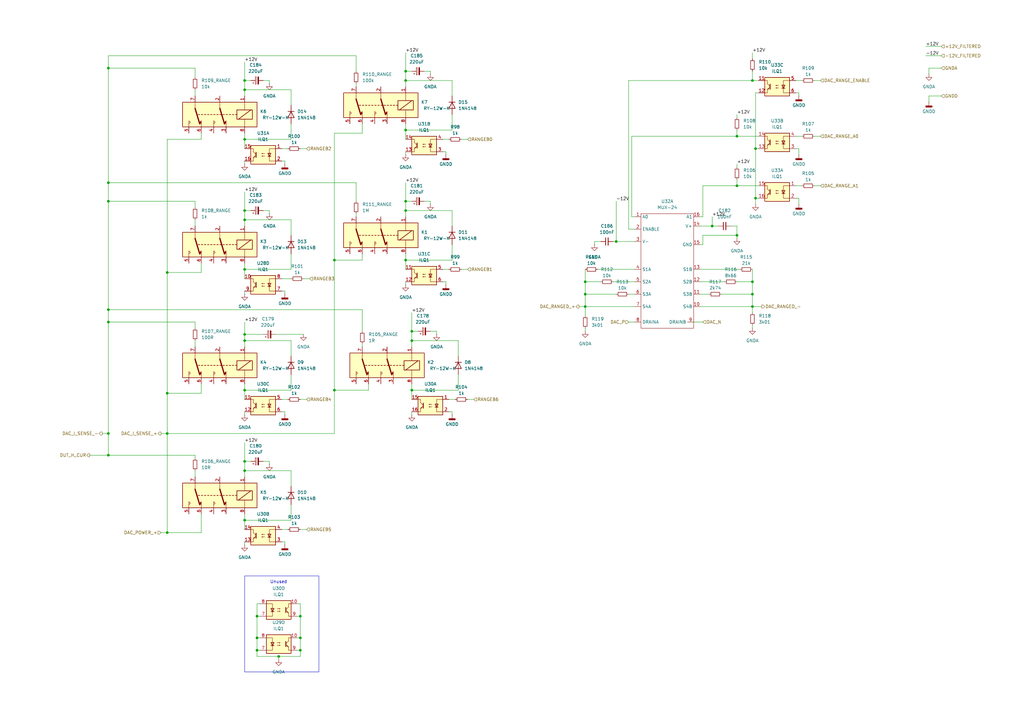
<source format=kicad_sch>
(kicad_sch (version 20231120) (generator "eeschema") (generator_version "8.0")
  (paper "A3")
  (lib_symbols
    (symbol "Device:C_Polarized_Small" (pin_numbers hide) (pin_names (offset 0.254) hide)
      (property "Reference" "C" (at 0.254 1.778 0))
      (property "Value" "C_Polarized_Small" (at 0.254 -2.032 0))
      (symbol "C_Polarized_Small_1_1"
        (pin passive line (at 0 2.54 270) (length 1.8542) (name "~") (number "1"))
        (pin passive line (at 0 -2.54 90) (length 1.8542) (name "~") (number "2"))
      )
    )
    (symbol "Device:C_Small" (pin_numbers hide) (pin_names (offset 0.254) hide)
      (property "Reference" "C" (at 0.254 1.778 0))
      (property "Value" "C_Small" (at 0.254 -2.032 0))
      (symbol "C_Small_1_1"
        (pin passive line (at 0 2.54 270) (length 2.032) (name "~") (number "1"))
        (pin passive line (at 0 -2.54 90) (length 2.032) (name "~") (number "2"))
      )
    )
    (symbol "Device:R_Small" (pin_numbers hide) (pin_names (offset 0.254) hide)
      (property "Reference" "R" (at 0.762 0.508 0))
      (property "Value" "R_Small" (at 0.762 -1.016 0))
      (symbol "R_Small_1_1"
        (pin passive line (at 0 2.54 270) (length 0.762) (name "~") (number "1"))
        (pin passive line (at 0 -2.54 90) (length 0.762) (name "~") (number "2"))
      )
    )
    (symbol "Diode:1N4148" (pin_numbers hide) (pin_names hide)
      (property "Reference" "D" (at 0 2.54 0))
      (property "Value" "1N4148" (at 0 -2.54 0))
      (symbol "1N4148_1_1"
        (pin passive line (at -3.81 0 0) (length 2.54) (name "K") (number "1"))
        (pin passive line (at 3.81 0 180) (length 2.54) (name "A") (number "2"))
      )
    )
    (symbol "JRIX Analog Switches:MUX-24"
      (property "Reference" "U" (at 9.652 1.016 0))
      (property "Value" "MUX-24" (at 17.78 1.016 0))
      (symbol "MUX-24_0_0"
        (pin input line (at -2.54 -1.27 0) (length 2.54) (name "A0") (number "1"))
        (pin bidirectional line (at 24.13 -38.1 180) (length 2.54) (name "S4B") (number "10"))
        (pin bidirectional line (at 24.13 -33.02 180) (length 2.54) (name "S3B") (number "11"))
        (pin bidirectional line (at 24.13 -27.94 180) (length 2.54) (name "S2B") (number "12"))
        (pin bidirectional line (at 24.13 -22.86 180) (length 2.54) (name "S1B") (number "13"))
        (pin power_in line (at 24.13 -5.08 180) (length 2.54) (name "V+") (number "14"))
        (pin power_in line (at 24.13 -12.7 180) (length 2.54) (name "GND") (number "15"))
        (pin bidirectional line (at 24.13 -1.27 180) (length 2.54) (name "A1") (number "16"))
        (pin input line (at -2.54 -6.35 0) (length 2.54) (name "ENABLE") (number "2"))
        (pin power_in line (at -2.54 -11.43 0) (length 2.54) (name "V-") (number "3"))
        (pin bidirectional line (at -2.54 -22.86 0) (length 2.54) (name "S1A") (number "4"))
        (pin bidirectional line (at -2.54 -27.94 0) (length 2.54) (name "S2A") (number "5"))
        (pin bidirectional line (at -2.54 -33.02 0) (length 2.54) (name "S3A") (number "6"))
        (pin bidirectional line (at -2.54 -38.1 0) (length 2.54) (name "S4A") (number "7"))
        (pin bidirectional line (at -2.54 -44.45 0) (length 2.54) (name "DRAINA") (number "8"))
        (pin bidirectional line (at 21.59 -44.45 180) (length 2.54) (name "DRAINB") (number "9"))
      )
    )
    (symbol "JRIX Optocouplers:ILQ1"
      (property "Reference" "U" (at 0 0 0))
      (property "Value" "ILQ1" (at 0 0 0))
      (symbol "ILQ1_1_1"
        (pin passive line (at -7.62 -2.54 0) (length 2.54) (name "~") (number "1"))
        (pin passive line (at 7.62 -2.54 180) (length 2.54) (name "~") (number "15"))
        (pin passive line (at 7.62 -7.62 180) (length 2.54) (name "~") (number "16"))
        (pin passive line (at -7.62 -7.62 0) (length 2.54) (name "~") (number "2"))
      )
      (symbol "ILQ1_2_1"
        (pin passive line (at 7.62 -7.62 180) (length 2.54) (name "~") (number "13"))
        (pin passive line (at 7.62 -2.54 180) (length 2.54) (name "~") (number "14"))
        (pin passive line (at -7.62 -7.62 0) (length 2.54) (name "~") (number "3"))
        (pin passive line (at -7.62 -2.54 0) (length 2.54) (name "~") (number "4"))
      )
      (symbol "ILQ1_3_1"
        (pin passive line (at 7.62 -2.54 180) (length 2.54) (name "~") (number "11"))
        (pin passive line (at 7.62 -7.62 180) (length 2.54) (name "~") (number "12"))
        (pin passive line (at -7.62 -2.54 0) (length 2.54) (name "~") (number "5"))
        (pin passive line (at -7.62 -7.62 0) (length 2.54) (name "~") (number "6"))
      )
      (symbol "ILQ1_4_1"
        (pin passive line (at 7.62 -2.54 180) (length 2.54) (name "~") (number "10"))
        (pin passive line (at -7.62 -7.62 0) (length 2.54) (name "~") (number "7"))
        (pin passive line (at -7.62 -2.54 0) (length 2.54) (name "~") (number "8"))
        (pin passive line (at 7.62 -7.62 180) (length 2.54) (name "~") (number "9"))
      )
    )
    (symbol "JRIX Relays:RY-12W-K"
      (property "Reference" "K" (at 0 0 0))
      (property "Value" " RY-12W-K" (at 0 0 0))
      (symbol "RY-12W-K_1_1"
        (pin passive line (at -2.54 -21.59 90) (length 2.54) (name "~") (number "1"))
        (pin passive line (at 7.62 -21.59 90) (length 2.54) (name "~") (number "2"))
        (pin passive line (at 5.08 -6.35 270) (length 2.54) (name "~") (number "3"))
        (pin passive line (at 10.16 -6.35 270) (length 2.54) (name "~") (number "4"))
        (pin passive line (at 20.32 -6.35 270) (length 2.54) (name "~") (number "5"))
        (pin passive line (at 15.24 -6.35 270) (length 2.54) (name "~") (number "6"))
        (pin passive line (at 17.78 -21.59 90) (length 2.54) (name "~") (number "7"))
        (pin passive line (at -2.54 -6.35 270) (length 2.54) (name "~") (number "8"))
      )
    )
    (symbol "power:GNDA" (power) (pin_numbers hide) (pin_names (offset 0) hide)
      (property "Value" "GNDA" (at 0 -3.81 0))
      (symbol "GNDA_1_1"
        (pin power_in line (at 0 0 270) (length 0) (name "~") (number "1"))
      )
    )
    (symbol "power:GNDD" (power) (pin_numbers hide) (pin_names (offset 0) hide)
      (property "Value" "GNDD" (at 0 -3.175 0))
      (symbol "GNDD_1_1"
        (pin power_in line (at 0 0 270) (length 0) (name "~") (number "1"))
      )
    )
  )
  (junction (at 166.37 106.68))
  (junction (at 114.3 269.24))
  (junction (at 44.45 177.8))
  (junction (at 240.03 115.57))
  (junction (at 166.37 33.02))
  (junction (at 168.91 160.02))
  (junction (at 100.33 57.15))
  (junction (at 240.03 125.73))
  (junction (at 308.61 115.57))
  (junction (at 292.1 92.71))
  (junction (at 44.45 82.55))
  (junction (at 137.16 160.02))
  (junction (at 105.41 252.73))
  (junction (at 44.45 27.94))
  (junction (at 123.19 252.73))
  (junction (at 100.33 86.36))
  (junction (at 100.33 110.49))
  (junction (at 302.26 76.2))
  (junction (at 100.33 36.83))
  (junction (at 252.73 99.06))
  (junction (at 309.88 81.28))
  (junction (at 68.58 111.76))
  (junction (at 100.33 137.16))
  (junction (at 100.33 193.04))
  (junction (at 100.33 90.17))
  (junction (at 302.26 96.52))
  (junction (at 68.58 177.8))
  (junction (at 309.88 60.96))
  (junction (at 100.33 33.02))
  (junction (at 308.61 120.65))
  (junction (at 68.58 218.44))
  (junction (at 166.37 53.34))
  (junction (at 166.37 29.21))
  (junction (at 308.61 125.73))
  (junction (at 123.19 266.7))
  (junction (at 137.16 106.68))
  (junction (at 166.37 82.55))
  (junction (at 308.61 33.02))
  (junction (at 68.58 161.29))
  (junction (at 240.03 120.65))
  (junction (at 168.91 139.7))
  (junction (at 105.41 261.62))
  (junction (at 166.37 86.36))
  (junction (at 100.33 160.02))
  (junction (at 44.45 74.93))
  (junction (at 123.19 261.62))
  (junction (at 44.45 186.69))
  (junction (at 105.41 266.7))
  (junction (at 302.26 55.88))
  (junction (at 44.45 132.08))
  (junction (at 168.91 135.89))
  (junction (at 100.33 189.23))
  (junction (at 44.45 127))
  (junction (at 100.33 213.36))
  (junction (at 100.33 139.7))
  (wire (pts (xy 36.83 186.69) (xy 44.45 186.69)))
  (wire (pts (xy 302.26 46.99) (xy 302.26 48.26)))
  (wire (pts (xy 185.42 170.18) (xy 185.42 168.91)))
  (wire (pts (xy 295.91 120.65) (xy 308.61 120.65)))
  (wire (pts (xy 68.58 177.8) (xy 68.58 161.29)))
  (wire (pts (xy 116.84 67.31) (xy 116.84 66.04)))
  (wire (pts (xy 115.57 163.83) (xy 118.11 163.83)))
  (wire (pts (xy 100.33 137.16) (xy 107.95 137.16)))
  (wire (pts (xy 379.73 22.86) (xy 386.08 22.86)))
  (wire (pts (xy 191.77 163.83) (xy 194.31 163.83)))
  (wire (pts (xy 240.03 120.65) (xy 252.73 120.65)))
  (wire (pts (xy 100.33 181.61) (xy 100.33 189.23)))
  (wire (pts (xy 240.03 115.57) (xy 240.03 120.65)))
  (wire (pts (xy 166.37 29.21) (xy 168.91 29.21)))
  (wire (pts (xy 260.35 99.06) (xy 252.73 99.06)))
  (wire (pts (xy 166.37 21.59) (xy 166.37 29.21)))
  (wire (pts (xy 166.37 82.55) (xy 166.37 86.36)))
  (wire (pts (xy 110.49 87.63) (xy 110.49 86.36)))
  (wire (pts (xy 44.45 74.93) (xy 44.45 27.94)))
  (wire (pts (xy 121.92 266.7) (xy 123.19 266.7)))
  (wire (pts (xy 137.16 106.68) (xy 137.16 160.02)))
  (wire (pts (xy 326.39 81.28) (xy 327.66 81.28)))
  (wire (pts (xy 100.33 132.08) (xy 100.33 137.16)))
  (wire (pts (xy 148.59 140.97) (xy 148.59 142.24)))
  (wire (pts (xy 119.38 193.04) (xy 100.33 193.04)))
  (wire (pts (xy 302.26 55.88) (xy 259.08 55.88)))
  (wire (pts (xy 302.26 67.31) (xy 302.26 68.58)))
  (wire (pts (xy 259.08 88.9) (xy 260.35 88.9)))
  (wire (pts (xy 115.57 114.3) (xy 119.38 114.3)))
  (wire (pts (xy 68.58 111.76) (xy 68.58 57.15)))
  (wire (pts (xy 166.37 106.68) (xy 185.42 106.68)))
  (wire (pts (xy 100.33 189.23) (xy 100.33 193.04)))
  (wire (pts (xy 116.84 170.18) (xy 116.84 168.91)))
  (wire (pts (xy 100.33 33.02) (xy 100.33 36.83)))
  (wire (pts (xy 114.3 269.24) (xy 123.19 269.24)))
  (wire (pts (xy 119.38 36.83) (xy 100.33 36.83)))
  (wire (pts (xy 68.58 161.29) (xy 68.58 111.76)))
  (wire (pts (xy 151.13 157.48) (xy 151.13 160.02)))
  (wire (pts (xy 121.92 252.73) (xy 123.19 252.73)))
  (wire (pts (xy 287.02 88.9) (xy 288.29 88.9)))
  (wire (pts (xy 288.29 100.33) (xy 288.29 96.52)))
  (wire (pts (xy 148.59 54.61) (xy 137.16 54.61)))
  (wire (pts (xy 168.91 163.83) (xy 168.91 160.02)))
  (wire (pts (xy 189.23 110.49) (xy 191.77 110.49)))
  (wire (pts (xy 146.05 22.86) (xy 44.45 22.86)))
  (wire (pts (xy 100.33 223.52) (xy 100.33 222.25)))
  (wire (pts (xy 287.02 110.49) (xy 303.53 110.49)))
  (wire (pts (xy 287.02 120.65) (xy 290.83 120.65)))
  (wire (pts (xy 116.84 66.04) (xy 115.57 66.04)))
  (wire (pts (xy 308.61 33.02) (xy 308.61 29.21)))
  (wire (pts (xy 119.38 139.7) (xy 100.33 139.7)))
  (wire (pts (xy 237.49 125.73) (xy 240.03 125.73)))
  (wire (pts (xy 287.02 125.73) (xy 308.61 125.73)))
  (wire (pts (xy 185.42 53.34) (xy 185.42 46.99)))
  (wire (pts (xy 166.37 50.8) (xy 166.37 53.34)))
  (wire (pts (xy 82.55 54.61) (xy 82.55 57.15)))
  (wire (pts (xy 251.46 115.57) (xy 260.35 115.57)))
  (wire (pts (xy 187.96 139.7) (xy 168.91 139.7)))
  (wire (pts (xy 100.33 160.02) (xy 119.38 160.02)))
  (wire (pts (xy 308.61 120.65) (xy 308.61 115.57)))
  (wire (pts (xy 148.59 135.89) (xy 148.59 127)))
  (wire (pts (xy 119.38 146.05) (xy 119.38 139.7)))
  (wire (pts (xy 80.01 36.83) (xy 80.01 39.37)))
  (wire (pts (xy 181.61 57.15) (xy 184.15 57.15)))
  (wire (pts (xy 308.61 33.02) (xy 257.81 33.02)))
  (wire (pts (xy 80.01 82.55) (xy 80.01 85.09)))
  (wire (pts (xy 68.58 111.76) (xy 82.55 111.76)))
  (wire (pts (xy 257.81 120.65) (xy 260.35 120.65)))
  (wire (pts (xy 105.41 266.7) (xy 106.68 266.7)))
  (wire (pts (xy 105.41 261.62) (xy 106.68 261.62)))
  (wire (pts (xy 100.33 25.4) (xy 100.33 33.02)))
  (wire (pts (xy 123.19 261.62) (xy 123.19 266.7)))
  (wire (pts (xy 240.03 125.73) (xy 240.03 129.54)))
  (wire (pts (xy 166.37 110.49) (xy 166.37 106.68)))
  (wire (pts (xy 189.23 57.15) (xy 191.77 57.15)))
  (wire (pts (xy 105.41 269.24) (xy 114.3 269.24)))
  (wire (pts (xy 66.04 218.44) (xy 68.58 218.44)))
  (wire (pts (xy 148.59 106.68) (xy 148.59 104.14)))
  (wire (pts (xy 116.84 223.52) (xy 116.84 222.25)))
  (wire (pts (xy 148.59 127) (xy 44.45 127)))
  (wire (pts (xy 100.33 170.18) (xy 100.33 168.91)))
  (wire (pts (xy 302.26 96.52) (xy 302.26 97.79)))
  (wire (pts (xy 110.49 34.29) (xy 110.49 33.02)))
  (wire (pts (xy 302.26 55.88) (xy 302.26 53.34)))
  (wire (pts (xy 288.29 96.52) (xy 302.26 96.52)))
  (wire (pts (xy 308.61 21.59) (xy 308.61 24.13)))
  (wire (pts (xy 308.61 133.35) (xy 308.61 134.62)))
  (wire (pts (xy 105.41 252.73) (xy 106.68 252.73)))
  (wire (pts (xy 166.37 33.02) (xy 166.37 35.56)))
  (wire (pts (xy 245.11 110.49) (xy 260.35 110.49)))
  (wire (pts (xy 44.45 177.8) (xy 44.45 186.69)))
  (wire (pts (xy 123.19 163.83) (xy 125.73 163.83)))
  (wire (pts (xy 82.55 157.48) (xy 82.55 161.29)))
  (wire (pts (xy 100.33 157.48) (xy 100.33 160.02)))
  (wire (pts (xy 119.38 213.36) (xy 119.38 207.01)))
  (wire (pts (xy 119.38 110.49) (xy 119.38 104.14)))
  (wire (pts (xy 100.33 36.83) (xy 100.33 39.37)))
  (wire (pts (xy 68.58 161.29) (xy 82.55 161.29)))
  (wire (pts (xy 166.37 74.93) (xy 166.37 82.55)))
  (wire (pts (xy 168.91 135.89) (xy 171.45 135.89)))
  (wire (pts (xy 334.01 33.02) (xy 336.55 33.02)))
  (wire (pts (xy 181.61 110.49) (xy 184.15 110.49)))
  (wire (pts (xy 100.33 139.7) (xy 100.33 142.24)))
  (wire (pts (xy 146.05 87.63) (xy 146.05 88.9)))
  (wire (pts (xy 311.15 33.02) (xy 308.61 33.02)))
  (wire (pts (xy 176.53 30.48) (xy 176.53 29.21)))
  (wire (pts (xy 287.02 115.57) (xy 297.18 115.57)))
  (wire (pts (xy 110.49 86.36) (xy 107.95 86.36)))
  (wire (pts (xy 166.37 57.15) (xy 166.37 53.34)))
  (wire (pts (xy 80.01 187.96) (xy 80.01 186.69)))
  (wire (pts (xy 326.39 60.96) (xy 327.66 60.96)))
  (wire (pts (xy 326.39 55.88) (xy 328.93 55.88)))
  (wire (pts (xy 123.19 217.17) (xy 125.73 217.17)))
  (wire (pts (xy 100.33 193.04) (xy 100.33 195.58)))
  (wire (pts (xy 182.88 62.23) (xy 181.61 62.23)))
  (wire (pts (xy 185.42 168.91) (xy 184.15 168.91)))
  (wire (pts (xy 100.33 54.61) (xy 100.33 57.15)))
  (wire (pts (xy 123.19 252.73) (xy 123.19 261.62)))
  (wire (pts (xy 326.39 33.02) (xy 328.93 33.02)))
  (wire (pts (xy 182.88 115.57) (xy 181.61 115.57)))
  (wire (pts (xy 116.84 168.91) (xy 115.57 168.91)))
  (wire (pts (xy 327.66 60.96) (xy 327.66 63.5)))
  (wire (pts (xy 123.19 60.96) (xy 125.73 60.96)))
  (wire (pts (xy 259.08 55.88) (xy 259.08 88.9)))
  (wire (pts (xy 44.45 132.08) (xy 44.45 127)))
  (wire (pts (xy 166.37 53.34) (xy 185.42 53.34)))
  (wire (pts (xy 80.01 134.62) (xy 80.01 132.08)))
  (wire (pts (xy 100.33 120.65) (xy 100.33 119.38)))
  (wire (pts (xy 80.01 27.94) (xy 80.01 31.75)))
  (wire (pts (xy 302.26 73.66) (xy 302.26 76.2)))
  (wire (pts (xy 288.29 76.2) (xy 302.26 76.2)))
  (wire (pts (xy 41.91 177.8) (xy 44.45 177.8)))
  (wire (pts (xy 240.03 115.57) (xy 246.38 115.57)))
  (wire (pts (xy 100.33 90.17) (xy 100.33 92.71)))
  (wire (pts (xy 327.66 39.37) (xy 327.66 38.1)))
  (wire (pts (xy 187.96 146.05) (xy 187.96 139.7)))
  (wire (pts (xy 309.88 60.96) (xy 309.88 81.28)))
  (wire (pts (xy 100.33 217.17) (xy 100.33 213.36)))
  (wire (pts (xy 185.42 86.36) (xy 166.37 86.36)))
  (wire (pts (xy 100.33 163.83) (xy 100.33 160.02)))
  (wire (pts (xy 252.73 82.55) (xy 252.73 99.06)))
  (wire (pts (xy 82.55 218.44) (xy 82.55 210.82)))
  (wire (pts (xy 100.33 110.49) (xy 119.38 110.49)))
  (wire (pts (xy 176.53 82.55) (xy 173.99 82.55)))
  (wire (pts (xy 119.38 57.15) (xy 119.38 50.8)))
  (wire (pts (xy 113.03 137.16) (xy 124.46 137.16)))
  (wire (pts (xy 137.16 106.68) (xy 148.59 106.68)))
  (wire (pts (xy 287.02 100.33) (xy 288.29 100.33)))
  (wire (pts (xy 386.08 27.94) (xy 381 27.94)))
  (wire (pts (xy 334.01 55.88) (xy 336.55 55.88)))
  (wire (pts (xy 137.16 177.8) (xy 68.58 177.8)))
  (wire (pts (xy 115.57 60.96) (xy 118.11 60.96)))
  (wire (pts (xy 119.38 199.39) (xy 119.38 193.04)))
  (wire (pts (xy 166.37 86.36) (xy 166.37 88.9)))
  (wire (pts (xy 284.48 132.08) (xy 288.29 132.08)))
  (wire (pts (xy 182.88 63.5) (xy 182.88 62.23)))
  (wire (pts (xy 106.68 247.65) (xy 105.41 247.65)))
  (wire (pts (xy 184.15 163.83) (xy 186.69 163.83)))
  (wire (pts (xy 44.45 127) (xy 44.45 82.55)))
  (wire (pts (xy 308.61 115.57) (xy 308.61 110.49)))
  (wire (pts (xy 44.45 82.55) (xy 80.01 82.55)))
  (wire (pts (xy 257.81 132.08) (xy 260.35 132.08)))
  (wire (pts (xy 105.41 252.73) (xy 105.41 261.62)))
  (wire (pts (xy 137.16 54.61) (xy 137.16 106.68)))
  (wire (pts (xy 302.26 115.57) (xy 308.61 115.57)))
  (wire (pts (xy 100.33 33.02) (xy 102.87 33.02)))
  (wire (pts (xy 100.33 137.16) (xy 100.33 139.7)))
  (wire (pts (xy 185.42 33.02) (xy 166.37 33.02)))
  (wire (pts (xy 100.33 114.3) (xy 100.33 110.49)))
  (wire (pts (xy 100.33 78.74) (xy 100.33 86.36)))
  (wire (pts (xy 116.84 119.38) (xy 115.57 119.38)))
  (wire (pts (xy 299.72 92.71) (xy 302.26 92.71)))
  (wire (pts (xy 168.91 135.89) (xy 168.91 139.7)))
  (wire (pts (xy 308.61 120.65) (xy 308.61 125.73)))
  (wire (pts (xy 68.58 218.44) (xy 82.55 218.44)))
  (wire (pts (xy 66.04 177.8) (xy 68.58 177.8)))
  (wire (pts (xy 68.58 57.15) (xy 82.55 57.15)))
  (wire (pts (xy 292.1 88.9) (xy 292.1 92.71)))
  (wire (pts (xy 100.33 210.82) (xy 100.33 213.36)))
  (wire (pts (xy 137.16 160.02) (xy 151.13 160.02)))
  (wire (pts (xy 166.37 82.55) (xy 168.91 82.55)))
  (wire (pts (xy 123.19 266.7) (xy 123.19 269.24)))
  (wire (pts (xy 114.3 269.24) (xy 114.3 270.51)))
  (wire (pts (xy 381 39.37) (xy 381 41.91)))
  (wire (pts (xy 185.42 106.68) (xy 185.42 100.33)))
  (wire (pts (xy 116.84 222.25) (xy 115.57 222.25)))
  (wire (pts (xy 166.37 29.21) (xy 166.37 33.02)))
  (wire (pts (xy 168.91 157.48) (xy 168.91 160.02)))
  (wire (pts (xy 168.91 128.27) (xy 168.91 135.89)))
  (wire (pts (xy 176.53 83.82) (xy 176.53 82.55)))
  (wire (pts (xy 105.41 266.7) (xy 105.41 269.24)))
  (wire (pts (xy 176.53 29.21) (xy 173.99 29.21)))
  (wire (pts (xy 105.41 247.65) (xy 105.41 252.73)))
  (wire (pts (xy 326.39 76.2) (xy 328.93 76.2)))
  (wire (pts (xy 116.84 120.65) (xy 116.84 119.38)))
  (wire (pts (xy 105.41 261.62) (xy 105.41 266.7)))
  (wire (pts (xy 146.05 29.21) (xy 146.05 22.86)))
  (wire (pts (xy 119.38 160.02) (xy 119.38 153.67)))
  (wire (pts (xy 302.26 55.88) (xy 311.15 55.88)))
  (wire (pts (xy 185.42 92.71) (xy 185.42 86.36)))
  (wire (pts (xy 379.73 19.05) (xy 386.08 19.05)))
  (wire (pts (xy 123.19 247.65) (xy 123.19 252.73)))
  (wire (pts (xy 100.33 67.31) (xy 100.33 66.04)))
  (wire (pts (xy 100.33 86.36) (xy 102.87 86.36)))
  (wire (pts (xy 146.05 82.55) (xy 146.05 74.93)))
  (wire (pts (xy 309.88 81.28) (xy 311.15 81.28)))
  (wire (pts (xy 80.01 132.08) (xy 44.45 132.08)))
  (wire (pts (xy 110.49 189.23) (xy 107.95 189.23)))
  (wire (pts (xy 119.38 96.52) (xy 119.38 90.17)))
  (wire (pts (xy 121.92 247.65) (xy 123.19 247.65)))
  (wire (pts (xy 309.88 60.96) (xy 309.88 38.1)))
  (wire (pts (xy 148.59 50.8) (xy 148.59 54.61)))
  (wire (pts (xy 386.08 39.37) (xy 381 39.37)))
  (wire (pts (xy 44.45 132.08) (xy 44.45 177.8)))
  (wire (pts (xy 257.81 93.98) (xy 260.35 93.98)))
  (wire (pts (xy 185.42 39.37) (xy 185.42 33.02)))
  (wire (pts (xy 44.45 27.94) (xy 80.01 27.94)))
  (wire (pts (xy 119.38 43.18) (xy 119.38 36.83)))
  (wire (pts (xy 146.05 34.29) (xy 146.05 35.56)))
  (wire (pts (xy 168.91 139.7) (xy 168.91 142.24)))
  (wire (pts (xy 80.01 139.7) (xy 80.01 142.24)))
  (wire (pts (xy 110.49 33.02) (xy 107.95 33.02)))
  (wire (pts (xy 327.66 38.1) (xy 326.39 38.1)))
  (wire (pts (xy 137.16 160.02) (xy 137.16 177.8)))
  (wire (pts (xy 240.03 110.49) (xy 240.03 115.57)))
  (wire (pts (xy 168.91 170.18) (xy 168.91 168.91)))
  (wire (pts (xy 44.45 82.55) (xy 44.45 74.93)))
  (wire (pts (xy 44.45 22.86) (xy 44.45 27.94)))
  (wire (pts (xy 309.88 83.82) (xy 309.88 81.28)))
  (wire (pts (xy 243.84 99.06) (xy 246.38 99.06)))
  (wire (pts (xy 80.01 193.04) (xy 80.01 195.58)))
  (wire (pts (xy 288.29 88.9) (xy 288.29 76.2)))
  (wire (pts (xy 166.37 104.14) (xy 166.37 106.68)))
  (wire (pts (xy 327.66 81.28) (xy 327.66 83.82)))
  (wire (pts (xy 119.38 90.17) (xy 100.33 90.17)))
  (wire (pts (xy 166.37 116.84) (xy 166.37 115.57)))
  (wire (pts (xy 100.33 189.23) (xy 102.87 189.23)))
  (wire (pts (xy 334.01 76.2) (xy 336.55 76.2)))
  (wire (pts (xy 251.46 99.06) (xy 252.73 99.06)))
  (wire (pts (xy 100.33 107.95) (xy 100.33 110.49)))
  (wire (pts (xy 182.88 116.84) (xy 182.88 115.57)))
  (wire (pts (xy 100.33 60.96) (xy 100.33 57.15)))
  (wire (pts (xy 100.33 86.36) (xy 100.33 90.17)))
  (wire (pts (xy 80.01 90.17) (xy 80.01 92.71)))
  (wire (pts (xy 287.02 92.71) (xy 292.1 92.71)))
  (wire (pts (xy 309.88 38.1) (xy 311.15 38.1)))
  (wire (pts (xy 44.45 186.69) (xy 80.01 186.69)))
  (wire (pts (xy 243.84 100.33) (xy 243.84 99.06)))
  (wire (pts (xy 179.07 135.89) (xy 176.53 135.89)))
  (wire (pts (xy 100.33 213.36) (xy 119.38 213.36)))
  (wire (pts (xy 168.91 160.02) (xy 187.96 160.02)))
  (wire (pts (xy 240.03 125.73) (xy 260.35 125.73)))
  (wire (pts (xy 240.03 134.62) (xy 240.03 135.89)))
  (wire (pts (xy 100.33 57.15) (xy 119.38 57.15)))
  (wire (pts (xy 115.57 217.17) (xy 118.11 217.17)))
  (wire (pts (xy 187.96 160.02) (xy 187.96 153.67)))
  (wire (pts (xy 381 27.94) (xy 381 30.48)))
  (wire (pts (xy 240.03 120.65) (xy 240.03 125.73)))
  (wire (pts (xy 257.81 33.02) (xy 257.81 93.98)))
  (wire (pts (xy 121.92 261.62) (xy 123.19 261.62)))
  (wire (pts (xy 166.37 63.5) (xy 166.37 62.23)))
  (wire (pts (xy 82.55 107.95) (xy 82.55 111.76)))
  (wire (pts (xy 68.58 177.8) (xy 68.58 218.44)))
  (wire (pts (xy 110.49 190.5) (xy 110.49 189.23)))
  (wire (pts (xy 308.61 125.73) (xy 308.61 128.27)))
  (wire (pts (xy 179.07 137.16) (xy 179.07 135.89)))
  (wire (pts (xy 292.1 92.71) (xy 294.64 92.71)))
  (wire (pts (xy 146.05 74.93) (xy 44.45 74.93)))
  (wire (pts (xy 124.46 114.3) (xy 127 114.3)))
  (wire (pts (xy 311.15 76.2) (xy 302.26 76.2)))
  (wire (pts (xy 308.61 125.73) (xy 312.42 125.73)))
  (wire (pts (xy 302.26 92.71) (xy 302.26 96.52)))
  (wire (pts (xy 311.15 60.96) (xy 309.88 60.96)))
  (rectangle (start 100.33 236.22) (end 130.81 275.59))
  (text "Unused\n" (at 114.3 238.76 0) (effects (font (size 1.27 1.27))))
  (label "+12V" (at 166.37 74.93 0))
  (label "-12V" (at 252.73 82.55 0))
  (label "+12V" (at 379.73 19.05 0))
  (label "+12V" (at 100.33 181.61 0))
  (label "+12V" (at 100.33 25.4 0))
  (label "+12V" (at 166.37 21.59 0))
  (label "+12V" (at 302.26 67.31 0))
  (label "+12V" (at 168.91 128.27 0))
  (label "+12V" (at 100.33 132.08 0))
  (label "+12V" (at 308.61 21.59 0))
  (label "+12V" (at 292.1 88.9 0))
  (label "+12V" (at 302.26 46.99 0))
  (label "-12V" (at 379.73 22.86 0))
  (label "+12V" (at 100.33 78.74 0))
  (hierarchical_label "DAC_RANGE_A0" (shape input) (at 336.55 55.88 0))
  (hierarchical_label "RANGEB2" (shape input) (at 125.73 60.96 0))
  (hierarchical_label "DUT_H_CUR" (shape output) (at 36.83 186.69 180))
  (hierarchical_label "DAC_RANGED_-" (shape output) (at 312.42 125.73 0))
  (hierarchical_label "DAC_P" (shape input) (at 257.81 132.08 180))
  (hierarchical_label "RANGEB1" (shape input) (at 191.77 110.49 0))
  (hierarchical_label "DAC_RANGED_+" (shape output) (at 237.49 125.73 180))
  (hierarchical_label "DAC_I_SENSE_+" (shape output) (at 66.04 177.8 180))
  (hierarchical_label "DAC_RANGE_ENABLE" (shape input) (at 336.55 33.02 0))
  (hierarchical_label "RANGEB6" (shape input) (at 194.31 163.83 0))
  (hierarchical_label "RANGEB0" (shape input) (at 191.77 57.15 0))
  (hierarchical_label "DAC_POWER_+" (shape input) (at 66.04 218.44 180))
  (hierarchical_label "+12V_FILTERED" (shape input) (at 386.08 19.05 0))
  (hierarchical_label "RANGEB4" (shape input) (at 125.73 163.83 0))
  (hierarchical_label "DAC_I_SENSE_-" (shape output) (at 41.91 177.8 180))
  (hierarchical_label "RANGEB3" (shape input) (at 127 114.3 0))
  (hierarchical_label "RANGEB5" (shape input) (at 125.73 217.17 0))
  (hierarchical_label "-12V_FILTERED" (shape input) (at 386.08 22.86 0))
  (hierarchical_label "DAC_N" (shape input) (at 288.29 132.08 0))
  (hierarchical_label "GNDA" (shape input) (at 386.08 27.94 0))
  (hierarchical_label "DAC_RANGE_A1" (shape input) (at 336.55 76.2 0))
  (hierarchical_label "GNDD" (shape input) (at 386.08 39.37 0))
  (symbol (lib_id "Device:R_Small") (at 146.05 85.09 0) (unit 1)
    (property "Reference" "R111_RANGE" (at 148.59 83.8199 0) (effects (justify left)))
    (property "Value" "1M" (at 148.59 86.3599 0) (effects (justify left)))
    (property "Description" "Resistor, small symbol" (effects (hide yes)))
  )
  (symbol (lib_id "Device:R_Small") (at 120.65 163.83 90) (unit 1)
    (property "Reference" "R102" (at 120.65 158.75 90))
    (property "Value" "1k" (at 120.65 161.29 90))
    (property "Description" "Resistor, small symbol" (effects (hide yes)))
  )
  (symbol (lib_id "power:GNDD") (at 327.66 63.5 0) (unit 1)
    (property "Reference" "#PWR0119" (effects (hide yes)))
    (property "Value" "GNDD" (at 327.66 67.31 0))
    (property "Description" "Power symbol creates a global label with name \"GNDD\" , digital ground" (effects (hide yes)))
  )
  (symbol (lib_id "Device:R_Small") (at 293.37 120.65 270) (mirror x) (unit 1)
    (property "Reference" "R117" (at 293.37 115.57 90))
    (property "Value" "2k74" (at 293.37 118.11 90))
    (property "Description" "Resistor, small symbol" (effects (hide yes)))
  )
  (symbol (lib_id "JRIX Optocouplers:ILQ1") (at 107.95 214.63 0) (mirror y) (unit 2)
    (property "Reference" "U30" (at 107.95 210.82 0))
    (property "Value" "ILQ1" (at 107.95 213.36 0))
    (property "Datasheet" "https://www.vishay.com/docs/83646/ild1.pdf" (effects (hide yes)))
    (property "Description" "Optocoupler, Phototransistor Output (Dual, Quad Channel)" (effects (hide yes)))
  )
  (symbol (lib_id "power:GNDA") (at 176.53 30.48 0) (unit 1)
    (property "Reference" "#PWR0108" (effects (hide yes)))
    (property "Value" "GNDA" (at 176.53 35.56 0))
    (property "Description" "Power symbol creates a global label with name \"GNDA\" , analog ground" (effects (hide yes)))
  )
  (symbol (lib_id "power:GNDA") (at 308.61 134.62 0) (unit 1)
    (property "Reference" "#PWR0122" (effects (hide yes)))
    (property "Value" "GNDA" (at 308.61 139.7 0))
    (property "Description" "Power symbol creates a global label with name \"GNDA\" , analog ground" (effects (hide yes)))
  )
  (symbol (lib_id "power:GNDD") (at 327.66 83.82 0) (unit 1)
    (property "Reference" "#PWR0117" (effects (hide yes)))
    (property "Value" "GNDD" (at 327.66 87.63 0))
    (property "Description" "Power symbol creates a global label with name \"GNDD\" , digital ground" (effects (hide yes)))
  )
  (symbol (lib_id "power:GNDA") (at 124.46 137.16 0) (unit 1)
    (property "Reference" "#PWR096" (effects (hide yes)))
    (property "Value" "GNDA" (at 124.46 142.24 0))
    (property "Description" "Power symbol creates a global label with name \"GNDA\" , analog ground" (effects (hide yes)))
  )
  (symbol (lib_id "Device:R_Small") (at 186.69 110.49 90) (unit 1)
    (property "Reference" "R99" (at 186.69 105.41 90))
    (property "Value" "1k" (at 186.69 107.95 90))
    (property "Description" "Resistor, small symbol" (effects (hide yes)))
  )
  (symbol (lib_id "Device:R_Small") (at 120.65 217.17 90) (unit 1)
    (property "Reference" "R103" (at 120.65 212.09 90))
    (property "Value" "1k" (at 120.65 214.63 90))
    (property "Description" "Resistor, small symbol" (effects (hide yes)))
  )
  (symbol (lib_id "power:GNDD") (at 116.84 67.31 0) (unit 1)
    (property "Reference" "#PWR0110" (effects (hide yes)))
    (property "Value" "GNDD" (at 116.84 71.12 0))
    (property "Description" "Power symbol creates a global label with name \"GNDD\" , digital ground" (effects (hide yes)))
  )
  (symbol (lib_id "power:GNDA") (at 114.3 270.51 0) (unit 1)
    (property "Reference" "#PWR0121" (effects (hide yes)))
    (property "Value" "GNDA" (at 114.3 275.59 0))
    (property "Description" "Power symbol creates a global label with name \"GNDA\" , analog ground" (effects (hide yes)))
  )
  (symbol (lib_id "power:GNDA") (at 166.37 116.84 0) (unit 1)
    (property "Reference" "#PWR099" (effects (hide yes)))
    (property "Value" "GNDA" (at 166.37 121.92 0))
    (property "Description" "Power symbol creates a global label with name \"GNDA\" , analog ground" (effects (hide yes)))
  )
  (symbol (lib_id "JRIX Optocouplers:ILQ1") (at 114.3 245.11 0) (unit 4)
    (property "Reference" "U30" (at 114.3 241.3 0))
    (property "Value" "ILQ1" (at 114.3 243.84 0))
    (property "Datasheet" "https://www.vishay.com/docs/83646/ild1.pdf" (effects (hide yes)))
    (property "Description" "Optocoupler, Phototransistor Output (Dual, Quad Channel)" (effects (hide yes)))
  )
  (symbol (lib_id "Device:R_Small") (at 148.59 138.43 0) (unit 1)
    (property "Reference" "R105_RANGE" (at 151.13 137.1599 0) (effects (justify left)))
    (property "Value" "1R" (at 151.13 139.6999 0) (effects (justify left)))
    (property "Description" "Resistor, small symbol" (effects (hide yes)))
  )
  (symbol (lib_id "power:GNDD") (at 116.84 120.65 0) (unit 1)
    (property "Reference" "#PWR0111" (effects (hide yes)))
    (property "Value" "GNDD" (at 116.84 124.46 0))
    (property "Description" "Power symbol creates a global label with name \"GNDD\" , digital ground" (effects (hide yes)))
  )
  (symbol (lib_id "power:GNDD") (at 182.88 63.5 0) (unit 1)
    (property "Reference" "#PWR0102" (effects (hide yes)))
    (property "Value" "GNDD" (at 182.88 67.31 0))
    (property "Description" "Power symbol creates a global label with name \"GNDD\" , digital ground" (effects (hide yes)))
  )
  (symbol (lib_id "power:GNDA") (at 100.33 120.65 0) (unit 1)
    (property "Reference" "#PWR0103" (effects (hide yes)))
    (property "Value" "GNDA" (at 100.33 125.73 0))
    (property "Description" "Power symbol creates a global label with name \"GNDA\" , analog ground" (effects (hide yes)))
  )
  (symbol (lib_id "JRIX Relays:RY-12W-K") (at 97.79 163.83 180) (unit 1)
    (property "Reference" "K4" (at 106.68 148.5899 0) (effects (justify right)))
    (property "Value" " RY-12W-K" (at 106.68 151.1299 0) (effects (justify right)))
    (property "Datasheet" "https://www.mouser.com/datasheet/2/164/ry-3400831.pdf" (effects (hide yes)))
    (property "Description" "Low Signal Relays - PCB Mini Signal 12VDC" (effects (hide yes)))
  )
  (symbol (lib_id "power:GNDA") (at 302.26 97.79 0) (unit 1)
    (property "Reference" "#PWR0116" (effects (hide yes)))
    (property "Value" "GNDA" (at 302.26 102.87 0))
    (property "Description" "Power symbol creates a global label with name \"GNDA\" , analog ground" (effects (hide yes)))
  )
  (symbol (lib_id "Device:R_Small") (at 80.01 190.5 0) (unit 1)
    (property "Reference" "R106_RANGE" (at 82.55 189.2299 0) (effects (justify left)))
    (property "Value" "10R" (at 82.55 191.7699 0) (effects (justify left)))
    (property "Description" "Resistor, small symbol" (effects (hide yes)))
  )
  (symbol (lib_id "Device:R_Small") (at 120.65 60.96 90) (unit 1)
    (property "Reference" "R100" (at 120.65 55.88 90))
    (property "Value" "1k" (at 120.65 58.42 90))
    (property "Description" "Resistor, small symbol" (effects (hide yes)))
  )
  (symbol (lib_id "Device:R_Small") (at 299.72 115.57 90) (mirror x) (unit 1)
    (property "Reference" "R116" (at 299.72 110.49 90))
    (property "Value" "8k66" (at 299.72 113.03 90))
    (property "Description" "Resistor, small symbol" (effects (hide yes)))
  )
  (symbol (lib_id "JRIX Optocouplers:ILQ1") (at 318.77 73.66 0) (mirror y) (unit 1)
    (property "Reference" "U33" (at 318.77 69.85 0))
    (property "Value" "ILQ1" (at 318.77 72.39 0))
    (property "Datasheet" "https://www.vishay.com/docs/83646/ild1.pdf" (effects (hide yes)))
    (property "Description" "Optocoupler, Phototransistor Output (Dual, Quad Channel)" (effects (hide yes)))
  )
  (symbol (lib_id "Device:C_Polarized_Small") (at 173.99 135.89 90) (unit 1)
    (property "Reference" "C178" (at 173.4439 129.54 90))
    (property "Value" "220uF" (at 173.4439 132.08 90))
    (property "Description" "Polarized capacitor, small symbol" (effects (hide yes)))
  )
  (symbol (lib_id "power:GNDD") (at 116.84 223.52 0) (unit 1)
    (property "Reference" "#PWR0113" (effects (hide yes)))
    (property "Value" "GNDD" (at 116.84 227.33 0))
    (property "Description" "Power symbol creates a global label with name \"GNDD\" , digital ground" (effects (hide yes)))
  )
  (symbol (lib_id "Device:R_Small") (at 80.01 137.16 0) (unit 1)
    (property "Reference" "R107_RANGE" (at 82.55 135.8899 0) (effects (justify left)))
    (property "Value" "100R" (at 82.55 138.4299 0) (effects (justify left)))
    (property "Description" "Resistor, small symbol" (effects (hide yes)))
  )
  (symbol (lib_id "Diode:1N4148") (at 185.42 43.18 270) (unit 1)
    (property "Reference" "D15" (at 187.96 41.9099 90) (effects (justify left)))
    (property "Value" "1N4148" (at 187.96 44.4499 90) (effects (justify left)))
    (property "Footprint" "Diode_THT:D_DO-35_SOD27_P7.62mm_Horizontal" (effects (hide yes)))
    (property "Datasheet" "https://assets.nexperia.com/documents/data-sheet/1N4148_1N4448.pdf" (effects (hide yes)))
    (property "Description" "100V 0.15A standard switching diode, DO-35" (effects (hide yes)))
    (property "Sim.Device" "D" (effects (hide yes)))
    (property "Sim.Pins" "1=K 2=A" (effects (hide yes)))
  )
  (symbol (lib_id "Diode:1N4148") (at 119.38 46.99 270) (unit 1)
    (property "Reference" "D14" (at 121.92 45.7199 90) (effects (justify left)))
    (property "Value" "1N4148" (at 121.92 48.2599 90) (effects (justify left)))
    (property "Footprint" "Diode_THT:D_DO-35_SOD27_P7.62mm_Horizontal" (effects (hide yes)))
    (property "Datasheet" "https://assets.nexperia.com/documents/data-sheet/1N4148_1N4448.pdf" (effects (hide yes)))
    (property "Description" "100V 0.15A standard switching diode, DO-35" (effects (hide yes)))
    (property "Sim.Device" "D" (effects (hide yes)))
    (property "Sim.Pins" "1=K 2=A" (effects (hide yes)))
  )
  (symbol (lib_id "Device:R_Small") (at 306.07 110.49 270) (mirror x) (unit 1)
    (property "Reference" "R115" (at 306.07 105.41 90))
    (property "Value" "21k" (at 306.07 107.95 90))
    (property "Description" "Resistor, small symbol" (effects (hide yes)))
  )
  (symbol (lib_id "Device:R_Small") (at 248.92 115.57 270) (unit 1)
    (property "Reference" "R112" (at 248.92 110.49 90))
    (property "Value" "10k" (at 248.92 113.03 90))
    (property "Description" "Resistor, small symbol" (effects (hide yes)))
  )
  (symbol (lib_id "Diode:1N4148") (at 119.38 149.86 270) (unit 1)
    (property "Reference" "D9" (at 121.92 148.5899 90) (effects (justify left)))
    (property "Value" "1N4148" (at 121.92 151.1299 90) (effects (justify left)))
    (property "Footprint" "Diode_THT:D_DO-35_SOD27_P7.62mm_Horizontal" (effects (hide yes)))
    (property "Datasheet" "https://assets.nexperia.com/documents/data-sheet/1N4148_1N4448.pdf" (effects (hide yes)))
    (property "Description" "100V 0.15A standard switching diode, DO-35" (effects (hide yes)))
    (property "Sim.Device" "D" (effects (hide yes)))
    (property "Sim.Pins" "1=K 2=A" (effects (hide yes)))
  )
  (symbol (lib_id "power:GNDA") (at 110.49 34.29 0) (unit 1)
    (property "Reference" "#PWR0106" (effects (hide yes)))
    (property "Value" "GNDA" (at 110.49 39.37 0))
    (property "Description" "Power symbol creates a global label with name \"GNDA\" , analog ground" (effects (hide yes)))
  )
  (symbol (lib_id "power:GNDA") (at 100.33 223.52 0) (unit 1)
    (property "Reference" "#PWR097" (effects (hide yes)))
    (property "Value" "GNDA" (at 100.33 228.6 0))
    (property "Description" "Power symbol creates a global label with name \"GNDA\" , analog ground" (effects (hide yes)))
  )
  (symbol (lib_id "Diode:1N4148") (at 119.38 100.33 270) (unit 1)
    (property "Reference" "D13" (at 121.92 99.0599 90) (effects (justify left)))
    (property "Value" "1N4148" (at 121.92 101.5999 90) (effects (justify left)))
    (property "Footprint" "Diode_THT:D_DO-35_SOD27_P7.62mm_Horizontal" (effects (hide yes)))
    (property "Datasheet" "https://assets.nexperia.com/documents/data-sheet/1N4148_1N4448.pdf" (effects (hide yes)))
    (property "Description" "100V 0.15A standard switching diode, DO-35" (effects (hide yes)))
    (property "Sim.Device" "D" (effects (hide yes)))
    (property "Sim.Pins" "1=K 2=A" (effects (hide yes)))
  )
  (symbol (lib_id "JRIX Optocouplers:ILQ1") (at 107.95 58.42 0) (mirror y) (unit 1)
    (property "Reference" "U31" (at 107.95 54.61 0))
    (property "Value" "ILQ1" (at 107.95 57.15 0))
    (property "Datasheet" "https://www.vishay.com/docs/83646/ild1.pdf" (effects (hide yes)))
    (property "Description" "Optocoupler, Phototransistor Output (Dual, Quad Channel)" (effects (hide yes)))
  )
  (symbol (lib_id "power:GNDA") (at 240.03 135.89 0) (unit 1)
    (property "Reference" "#PWR0123" (effects (hide yes)))
    (property "Value" "GNDA" (at 240.03 140.97 0))
    (property "Description" "Power symbol creates a global label with name \"GNDA\" , analog ground" (effects (hide yes)))
  )
  (symbol (lib_id "Device:R_Small") (at 186.69 57.15 90) (unit 1)
    (property "Reference" "R98" (at 186.69 52.07 90))
    (property "Value" "1k" (at 186.69 54.61 90))
    (property "Description" "Resistor, small symbol" (effects (hide yes)))
  )
  (symbol (lib_id "power:GNDA") (at 166.37 63.5 0) (unit 1)
    (property "Reference" "#PWR0107" (effects (hide yes)))
    (property "Value" "GNDA" (at 166.37 68.58 0))
    (property "Description" "Power symbol creates a global label with name \"GNDA\" , analog ground" (effects (hide yes)))
  )
  (symbol (lib_id "Device:C_Polarized_Small") (at 105.41 86.36 90) (unit 1)
    (property "Reference" "C183" (at 104.8639 80.01 90))
    (property "Value" "220uF" (at 104.8639 82.55 90))
    (property "Description" "Polarized capacitor, small symbol" (effects (hide yes)))
  )
  (symbol (lib_id "power:GNDA") (at 179.07 137.16 0) (unit 1)
    (property "Reference" "#PWR093" (effects (hide yes)))
    (property "Value" "GNDA" (at 179.07 142.24 0))
    (property "Description" "Power symbol creates a global label with name \"GNDA\" , analog ground" (effects (hide yes)))
  )
  (symbol (lib_id "Device:R_Small") (at 331.47 55.88 90) (unit 1)
    (property "Reference" "R107" (at 331.47 50.8 90))
    (property "Value" "1k" (at 331.47 53.34 90))
    (property "Description" "Resistor, small symbol" (effects (hide yes)))
  )
  (symbol (lib_id "Device:R_Small") (at 240.03 132.08 0) (mirror y) (unit 1)
    (property "Reference" "R119" (at 242.57 130.8099 0) (effects (justify right)))
    (property "Value" "3k01" (at 242.57 133.3499 0) (effects (justify right)))
    (property "Description" "Resistor, small symbol" (effects (hide yes)))
  )
  (symbol (lib_id "JRIX Optocouplers:ILQ1") (at 318.77 53.34 0) (mirror y) (unit 2)
    (property "Reference" "U33" (at 318.77 49.53 0))
    (property "Value" "ILQ1" (at 318.77 52.07 0))
    (property "Datasheet" "https://www.vishay.com/docs/83646/ild1.pdf" (effects (hide yes)))
    (property "Description" "Optocoupler, Phototransistor Output (Dual, Quad Channel)" (effects (hide yes)))
  )
  (symbol (lib_id "Device:C_Polarized_Small") (at 110.49 137.16 90) (unit 1)
    (property "Reference" "C179" (at 109.9439 130.81 90))
    (property "Value" "220uF" (at 109.9439 133.35 90))
    (property "Description" "Polarized capacitor, small symbol" (effects (hide yes)))
  )
  (symbol (lib_id "JRIX Relays:RY-12W-K") (at 163.83 57.15 180) (unit 1)
    (property "Reference" "K7" (at 172.72 41.9099 0) (effects (justify right)))
    (property "Value" " RY-12W-K" (at 172.72 44.4499 0) (effects (justify right)))
    (property "Datasheet" "https://www.mouser.com/datasheet/2/164/ry-3400831.pdf" (effects (hide yes)))
    (property "Description" "Low Signal Relays - PCB Mini Signal 12VDC" (effects (hide yes)))
  )
  (symbol (lib_id "Device:R_Small") (at 302.26 71.12 180) (unit 1)
    (property "Reference" "R106" (at 304.8 69.8499 0) (effects (justify right)))
    (property "Value" "10k" (at 304.8 72.3899 0) (effects (justify right)))
    (property "Description" "Resistor, small symbol" (effects (hide yes)))
  )
  (symbol (lib_id "Device:R_Small") (at 308.61 26.67 180) (unit 1)
    (property "Reference" "R110" (at 311.15 25.3999 0) (effects (justify right)))
    (property "Value" "10k" (at 311.15 27.9399 0) (effects (justify right)))
    (property "Description" "Resistor, small symbol" (effects (hide yes)))
  )
  (symbol (lib_id "JRIX Optocouplers:ILQ1") (at 114.3 259.08 0) (unit 4)
    (property "Reference" "U29" (at 114.3 255.27 0))
    (property "Value" "ILQ1" (at 114.3 257.81 0))
    (property "Datasheet" "https://www.vishay.com/docs/83646/ild1.pdf" (effects (hide yes)))
    (property "Description" "Optocoupler, Phototransistor Output (Dual, Quad Channel)" (effects (hide yes)))
  )
  (symbol (lib_id "JRIX Relays:RY-12W-K") (at 97.79 114.3 180) (unit 1)
    (property "Reference" "K3" (at 106.68 99.0599 0) (effects (justify right)))
    (property "Value" " RY-12W-K" (at 106.68 101.5999 0) (effects (justify right)))
    (property "Datasheet" "https://www.mouser.com/datasheet/2/164/ry-3400831.pdf" (effects (hide yes)))
    (property "Description" "Low Signal Relays - PCB Mini Signal 12VDC" (effects (hide yes)))
  )
  (symbol (lib_id "JRIX Optocouplers:ILQ1") (at 107.95 161.29 0) (mirror y) (unit 3)
    (property "Reference" "U30" (at 107.95 157.48 0))
    (property "Value" "ILQ1" (at 107.95 160.02 0))
    (property "Datasheet" "https://www.vishay.com/docs/83646/ild1.pdf" (effects (hide yes)))
    (property "Description" "Optocoupler, Phototransistor Output (Dual, Quad Channel)" (effects (hide yes)))
  )
  (symbol (lib_id "JRIX Optocouplers:ILQ1") (at 107.95 111.76 0) (mirror y) (unit 4)
    (property "Reference" "U28" (at 107.95 107.95 0))
    (property "Value" "ILQ1" (at 107.95 110.49 0))
    (property "Datasheet" "https://www.vishay.com/docs/83646/ild1.pdf" (effects (hide yes)))
    (property "Description" "Optocoupler, Phototransistor Output (Dual, Quad Channel)" (effects (hide yes)))
  )
  (symbol (lib_id "JRIX Optocouplers:ILQ1") (at 318.77 30.48 0) (mirror y) (unit 3)
    (property "Reference" "U33" (at 318.77 26.67 0))
    (property "Value" "ILQ1" (at 318.77 29.21 0))
    (property "Datasheet" "https://www.vishay.com/docs/83646/ild1.pdf" (effects (hide yes)))
    (property "Description" "Optocoupler, Phototransistor Output (Dual, Quad Channel)" (effects (hide yes)))
  )
  (symbol (lib_id "Device:R_Small") (at 189.23 163.83 90) (unit 1)
    (property "Reference" "R104" (at 189.23 158.75 90))
    (property "Value" "1k" (at 189.23 161.29 90))
    (property "Description" "Resistor, small symbol" (effects (hide yes)))
  )
  (symbol (lib_id "power:GNDA") (at 381 30.48 0) (unit 1)
    (property "Reference" "#PWR086" (effects (hide yes)))
    (property "Value" "GNDA" (at 381 35.56 0))
    (property "Description" "Power symbol creates a global label with name \"GNDA\" , analog ground" (effects (hide yes)))
  )
  (symbol (lib_id "Device:C_Polarized_Small") (at 105.41 189.23 90) (unit 1)
    (property "Reference" "C180" (at 104.8639 182.88 90))
    (property "Value" "220uF" (at 104.8639 185.42 90))
    (property "Description" "Polarized capacitor, small symbol" (effects (hide yes)))
  )
  (symbol (lib_id "power:GNDD") (at 381 41.91 0) (unit 1)
    (property "Reference" "#PWR0101" (effects (hide yes)))
    (property "Value" "GNDD" (at 381 45.72 0))
    (property "Description" "Power symbol creates a global label with name \"GNDD\" , digital ground" (effects (hide yes)))
  )
  (symbol (lib_id "Device:R_Small") (at 121.92 114.3 90) (unit 1)
    (property "Reference" "R101" (at 121.92 109.22 90))
    (property "Value" "1k" (at 121.92 111.76 90))
    (property "Description" "Resistor, small symbol" (effects (hide yes)))
  )
  (symbol (lib_id "Diode:1N4148") (at 119.38 203.2 270) (unit 1)
    (property "Reference" "D10" (at 121.92 201.9299 90) (effects (justify left)))
    (property "Value" "1N4148" (at 121.92 204.4699 90) (effects (justify left)))
    (property "Footprint" "Diode_THT:D_DO-35_SOD27_P7.62mm_Horizontal" (effects (hide yes)))
    (property "Datasheet" "https://assets.nexperia.com/documents/data-sheet/1N4148_1N4448.pdf" (effects (hide yes)))
    (property "Description" "100V 0.15A standard switching diode, DO-35" (effects (hide yes)))
    (property "Sim.Device" "D" (effects (hide yes)))
    (property "Sim.Pins" "1=K 2=A" (effects (hide yes)))
  )
  (symbol (lib_id "Device:R_Small") (at 242.57 110.49 90) (unit 1)
    (property "Reference" "R111" (at 242.57 105.41 90))
    (property "Value" "10k" (at 242.57 107.95 90))
    (property "Description" "Resistor, small symbol" (effects (hide yes)))
  )
  (symbol (lib_id "Device:C_Polarized_Small") (at 171.45 82.55 90) (unit 1)
    (property "Reference" "C181" (at 170.9039 76.2 90))
    (property "Value" "220uF" (at 170.9039 78.74 90))
    (property "Description" "Polarized capacitor, small symbol" (effects (hide yes)))
  )
  (symbol (lib_id "power:GNDD") (at 116.84 170.18 0) (unit 1)
    (property "Reference" "#PWR0112" (effects (hide yes)))
    (property "Value" "GNDD" (at 116.84 173.99 0))
    (property "Description" "Power symbol creates a global label with name \"GNDD\" , digital ground" (effects (hide yes)))
  )
  (symbol (lib_id "JRIX Relays:RY-12W-K") (at 166.37 163.83 180) (unit 1)
    (property "Reference" "K2" (at 175.26 148.5899 0) (effects (justify right)))
    (property "Value" " RY-12W-K" (at 175.26 151.1299 0) (effects (justify right)))
    (property "Datasheet" "https://www.mouser.com/datasheet/2/164/ry-3400831.pdf" (effects (hide yes)))
    (property "Description" "Low Signal Relays - PCB Mini Signal 12VDC" (effects (hide yes)))
  )
  (symbol (lib_id "JRIX Relays:RY-12W-K") (at 97.79 217.17 180) (unit 1)
    (property "Reference" "K5" (at 106.68 201.9299 0) (effects (justify right)))
    (property "Value" " RY-12W-K" (at 106.68 204.4699 0) (effects (justify right)))
    (property "Datasheet" "https://www.mouser.com/datasheet/2/164/ry-3400831.pdf" (effects (hide yes)))
    (property "Description" "Low Signal Relays - PCB Mini Signal 12VDC" (effects (hide yes)))
  )
  (symbol (lib_id "power:GNDA") (at 100.33 170.18 0) (unit 1)
    (property "Reference" "#PWR095" (effects (hide yes)))
    (property "Value" "GNDA" (at 100.33 175.26 0))
    (property "Description" "Power symbol creates a global label with name \"GNDA\" , analog ground" (effects (hide yes)))
  )
  (symbol (lib_id "Device:R_Small") (at 80.01 87.63 0) (unit 1)
    (property "Reference" "R108_RANGE" (at 82.55 86.3599 0) (effects (justify left)))
    (property "Value" "1k" (at 82.55 88.8999 0) (effects (justify left)))
    (property "Description" "Resistor, small symbol" (effects (hide yes)))
  )
  (symbol (lib_id "power:GNDA") (at 100.33 67.31 0) (unit 1)
    (property "Reference" "#PWR0105" (effects (hide yes)))
    (property "Value" "GNDA" (at 100.33 72.39 0))
    (property "Description" "Power symbol creates a global label with name \"GNDA\" , analog ground" (effects (hide yes)))
  )
  (symbol (lib_id "power:GNDA") (at 243.84 100.33 0) (unit 1)
    (property "Reference" "#PWR0115" (effects (hide yes)))
    (property "Value" "GNDA" (at 243.84 105.41 0))
    (property "Description" "Power symbol creates a global label with name \"GNDA\" , analog ground" (effects (hide yes)))
  )
  (symbol (lib_id "power:GNDA") (at 309.88 83.82 0) (unit 1)
    (property "Reference" "#PWR0118" (effects (hide yes)))
    (property "Value" "GNDA" (at 309.88 88.9 0))
    (property "Description" "Power symbol creates a global label with name \"GNDA\" , analog ground" (effects (hide yes)))
  )
  (symbol (lib_id "Device:R_Small") (at 255.27 120.65 90) (unit 1)
    (property "Reference" "R113" (at 255.27 115.57 90))
    (property "Value" "10k" (at 255.27 118.11 90))
    (property "Description" "Resistor, small symbol" (effects (hide yes)))
  )
  (symbol (lib_id "Device:C_Small") (at 297.18 92.71 90) (unit 1)
    (property "Reference" "C182" (at 297.1863 86.36 90))
    (property "Value" "100nF" (at 297.1863 88.9 90))
    (property "Description" "Unpolarized capacitor, small symbol" (effects (hide yes)))
  )
  (symbol (lib_id "power:GNDA") (at 110.49 87.63 0) (unit 1)
    (property "Reference" "#PWR0104" (effects (hide yes)))
    (property "Value" "GNDA" (at 110.49 92.71 0))
    (property "Description" "Power symbol creates a global label with name \"GNDA\" , analog ground" (effects (hide yes)))
  )
  (symbol (lib_id "power:GNDA") (at 110.49 190.5 0) (unit 1)
    (property "Reference" "#PWR098" (effects (hide yes)))
    (property "Value" "GNDA" (at 110.49 195.58 0))
    (property "Description" "Power symbol creates a global label with name \"GNDA\" , analog ground" (effects (hide yes)))
  )
  (symbol (lib_id "power:GNDD") (at 182.88 116.84 0) (unit 1)
    (property "Reference" "#PWR0109" (effects (hide yes)))
    (property "Value" "GNDD" (at 182.88 120.65 0))
    (property "Description" "Power symbol creates a global label with name \"GNDD\" , digital ground" (effects (hide yes)))
  )
  (symbol (lib_id "Diode:1N4148") (at 187.96 149.86 270) (unit 1)
    (property "Reference" "D8" (at 190.5 148.5899 90) (effects (justify left)))
    (property "Value" "1N4148" (at 190.5 151.1299 90) (effects (justify left)))
    (property "Footprint" "Diode_THT:D_DO-35_SOD27_P7.62mm_Horizontal" (effects (hide yes)))
    (property "Datasheet" "https://assets.nexperia.com/documents/data-sheet/1N4148_1N4448.pdf" (effects (hide yes)))
    (property "Description" "100V 0.15A standard switching diode, DO-35" (effects (hide yes)))
    (property "Sim.Device" "D" (effects (hide yes)))
    (property "Sim.Pins" "1=K 2=A" (effects (hide yes)))
  )
  (symbol (lib_id "Device:R_Small") (at 308.61 130.81 0) (mirror y) (unit 1)
    (property "Reference" "R118" (at 311.15 129.5399 0) (effects (justify right)))
    (property "Value" "3k01" (at 311.15 132.0799 0) (effects (justify right)))
    (property "Description" "Resistor, small symbol" (effects (hide yes)))
  )
  (symbol (lib_id "JRIX Optocouplers:ILQ1") (at 176.53 161.29 0) (mirror y) (unit 1)
    (property "Reference" "U30" (at 176.53 157.48 0))
    (property "Value" "ILQ1" (at 176.53 160.02 0))
    (property "Datasheet" "https://www.vishay.com/docs/83646/ild1.pdf" (effects (hide yes)))
    (property "Description" "Optocoupler, Phototransistor Output (Dual, Quad Channel)" (effects (hide yes)))
  )
  (symbol (lib_id "power:GNDA") (at 168.91 170.18 0) (unit 1)
    (property "Reference" "#PWR094" (effects (hide yes)))
    (property "Value" "GNDA" (at 168.91 175.26 0))
    (property "Description" "Power symbol creates a global label with name \"GNDA\" , analog ground" (effects (hide yes)))
  )
  (symbol (lib_id "Diode:1N4148") (at 185.42 96.52 270) (unit 1)
    (property "Reference" "D11" (at 187.96 95.2499 90) (effects (justify left)))
    (property "Value" "1N4148" (at 187.96 97.7899 90) (effects (justify left)))
    (property "Footprint" "Diode_THT:D_DO-35_SOD27_P7.62mm_Horizontal" (effects (hide yes)))
    (property "Datasheet" "https://assets.nexperia.com/documents/data-sheet/1N4148_1N4448.pdf" (effects (hide yes)))
    (property "Description" "100V 0.15A standard switching diode, DO-35" (effects (hide yes)))
    (property "Sim.Device" "D" (effects (hide yes)))
    (property "Sim.Pins" "1=K 2=A" (effects (hide yes)))
  )
  (symbol (lib_id "Device:R_Small") (at 331.47 33.02 90) (unit 1)
    (property "Reference" "R109" (at 331.47 27.94 90))
    (property "Value" "1k" (at 331.47 30.48 90))
    (property "Description" "Resistor, small symbol" (effects (hide yes)))
  )
  (symbol (lib_id "power:GNDD") (at 185.42 170.18 0) (unit 1)
    (property "Reference" "#PWR0114" (effects (hide yes)))
    (property "Value" "GNDD" (at 185.42 173.99 0))
    (property "Description" "Power symbol creates a global label with name \"GNDD\" , digital ground" (effects (hide yes)))
  )
  (symbol (lib_id "Device:C_Polarized_Small") (at 105.41 33.02 90) (unit 1)
    (property "Reference" "C184" (at 104.8639 26.67 90))
    (property "Value" "220uF" (at 104.8639 29.21 90))
    (property "Description" "Polarized capacitor, small symbol" (effects (hide yes)))
  )
  (symbol (lib_id "JRIX Relays:RY-12W-K") (at 163.83 110.49 180) (unit 1)
    (property "Reference" "K1" (at 172.72 95.2499 0) (effects (justify right)))
    (property "Value" " RY-12W-K" (at 172.72 97.7899 0) (effects (justify right)))
    (property "Datasheet" "https://www.mouser.com/datasheet/2/164/ry-3400831.pdf" (effects (hide yes)))
    (property "Description" "Low Signal Relays - PCB Mini Signal 12VDC" (effects (hide yes)))
  )
  (symbol (lib_id "Device:C_Polarized_Small") (at 171.45 29.21 90) (unit 1)
    (property "Reference" "C185" (at 170.9039 22.86 90))
    (property "Value" "220uF" (at 170.9039 25.4 90))
    (property "Description" "Polarized capacitor, small symbol" (effects (hide yes)))
  )
  (symbol (lib_id "power:GNDD") (at 327.66 39.37 0) (unit 1)
    (property "Reference" "#PWR0120" (effects (hide yes)))
    (property "Value" "GNDD" (at 327.66 43.18 0))
    (property "Description" "Power symbol creates a global label with name \"GNDD\" , digital ground" (effects (hide yes)))
  )
  (symbol (lib_id "JRIX Analog Switches:MUX-24") (at 262.89 87.63 0) (unit 1)
    (property "Reference" "U32" (at 273.685 82.55 0))
    (property "Value" "MUX-24" (at 273.685 85.09 0))
    (property "Description" "8-Chan JFET Analog Multiplexer" (effects (hide yes)))
  )
  (symbol (lib_id "JRIX Relays:RY-12W-K") (at 97.79 60.96 180) (unit 1)
    (property "Reference" "K6" (at 106.68 45.7199 0) (effects (justify right)))
    (property "Value" " RY-12W-K" (at 106.68 48.2599 0) (effects (justify right)))
    (property "Datasheet" "https://www.mouser.com/datasheet/2/164/ry-3400831.pdf" (effects (hide yes)))
    (property "Description" "Low Signal Relays - PCB Mini Signal 12VDC" (effects (hide yes)))
  )
  (symbol (lib_id "JRIX Optocouplers:ILQ1") (at 173.99 54.61 0) (mirror y) (unit 2)
    (property "Reference" "U31" (at 173.99 50.8 0))
    (property "Value" "ILQ1" (at 173.99 53.34 0))
    (property "Datasheet" "https://www.vishay.com/docs/83646/ild1.pdf" (effects (hide yes)))
    (property "Description" "Optocoupler, Phototransistor Output (Dual, Quad Channel)" (effects (hide yes)))
  )
  (symbol (lib_id "JRIX Optocouplers:ILQ1") (at 173.99 107.95 0) (mirror y) (unit 3)
    (property "Reference" "U31" (at 173.99 104.14 0))
    (property "Value" "ILQ1" (at 173.99 106.68 0))
    (property "Datasheet" "https://www.vishay.com/docs/83646/ild1.pdf" (effects (hide yes)))
    (property "Description" "Optocoupler, Phototransistor Output (Dual, Quad Channel)" (effects (hide yes)))
  )
  (symbol (lib_id "Device:R_Small") (at 80.01 34.29 0) (unit 1)
    (property "Reference" "R109_RANGE" (at 82.55 33.0199 0) (effects (justify left)))
    (property "Value" "10k" (at 82.55 35.5599 0) (effects (justify left)))
    (property "Description" "Resistor, small symbol" (effects (hide yes)))
  )
  (symbol (lib_id "Device:R_Small") (at 146.05 31.75 0) (unit 1)
    (property "Reference" "R110_RANGE" (at 148.59 30.4799 0) (effects (justify left)))
    (property "Value" "100k" (at 148.59 33.0199 0) (effects (justify left)))
    (property "Description" "Resistor, small symbol" (effects (hide yes)))
  )
  (symbol (lib_id "Device:R_Small") (at 331.47 76.2 90) (unit 1)
    (property "Reference" "R105" (at 331.47 71.12 90))
    (property "Value" "1k" (at 331.47 73.66 90))
    (property "Description" "Resistor, small symbol" (effects (hide yes)))
  )
  (symbol (lib_id "Device:C_Small") (at 248.92 99.06 90) (unit 1)
    (property "Reference" "C186" (at 248.9263 92.71 90))
    (property "Value" "100nF" (at 248.9263 95.25 90))
    (property "Description" "Unpolarized capacitor, small symbol" (effects (hide yes)))
  )
  (symbol (lib_id "power:GNDA") (at 176.53 83.82 0) (unit 1)
    (property "Reference" "#PWR0100" (effects (hide yes)))
    (property "Value" "GNDA" (at 176.53 88.9 0))
    (property "Description" "Power symbol creates a global label with name \"GNDA\" , analog ground" (effects (hide yes)))
  )
  (symbol (lib_id "Device:R_Small") (at 302.26 50.8 180) (unit 1)
    (property "Reference" "R108" (at 304.8 49.5299 0) (effects (justify right)))
    (property "Value" "10k" (at 304.8 52.0699 0) (effects (justify right)))
    (property "Description" "Resistor, small symbol" (effects (hide yes)))
  )
)
</source>
